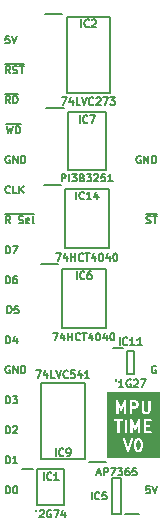
<source format=gbr>
%TF.GenerationSoftware,KiCad,Pcbnew,7.0.5*%
%TF.CreationDate,2023-12-18T11:54:36+02:00*%
%TF.ProjectId,HCP65 MPU Timer,48435036-3520-44d5-9055-2054696d6572,rev?*%
%TF.SameCoordinates,Original*%
%TF.FileFunction,Legend,Top*%
%TF.FilePolarity,Positive*%
%FSLAX46Y46*%
G04 Gerber Fmt 4.6, Leading zero omitted, Abs format (unit mm)*
G04 Created by KiCad (PCBNEW 7.0.5) date 2023-12-18 11:54:36*
%MOMM*%
%LPD*%
G01*
G04 APERTURE LIST*
%ADD10C,0.150000*%
%ADD11C,0.200000*%
G04 APERTURE END LIST*
D10*
X90468255Y-58070963D02*
X90165874Y-58070963D01*
X90165874Y-58070963D02*
X90135636Y-58373344D01*
X90135636Y-58373344D02*
X90165874Y-58343105D01*
X90165874Y-58343105D02*
X90226350Y-58312867D01*
X90226350Y-58312867D02*
X90377541Y-58312867D01*
X90377541Y-58312867D02*
X90438017Y-58343105D01*
X90438017Y-58343105D02*
X90468255Y-58373344D01*
X90468255Y-58373344D02*
X90498493Y-58433820D01*
X90498493Y-58433820D02*
X90498493Y-58585010D01*
X90498493Y-58585010D02*
X90468255Y-58645486D01*
X90468255Y-58645486D02*
X90438017Y-58675725D01*
X90438017Y-58675725D02*
X90377541Y-58705963D01*
X90377541Y-58705963D02*
X90226350Y-58705963D01*
X90226350Y-58705963D02*
X90165874Y-58675725D01*
X90165874Y-58675725D02*
X90135636Y-58645486D01*
X90679922Y-58070963D02*
X90891588Y-58705963D01*
X90891588Y-58705963D02*
X91103255Y-58070963D01*
X90165874Y-94265963D02*
X90165874Y-93630963D01*
X90165874Y-93630963D02*
X90317064Y-93630963D01*
X90317064Y-93630963D02*
X90407779Y-93661201D01*
X90407779Y-93661201D02*
X90468255Y-93721677D01*
X90468255Y-93721677D02*
X90498493Y-93782153D01*
X90498493Y-93782153D02*
X90528731Y-93903105D01*
X90528731Y-93903105D02*
X90528731Y-93993820D01*
X90528731Y-93993820D02*
X90498493Y-94114772D01*
X90498493Y-94114772D02*
X90468255Y-94175248D01*
X90468255Y-94175248D02*
X90407779Y-94235725D01*
X90407779Y-94235725D02*
X90317064Y-94265963D01*
X90317064Y-94265963D02*
X90165874Y-94265963D01*
X91133493Y-94265963D02*
X90770636Y-94265963D01*
X90952064Y-94265963D02*
X90952064Y-93630963D01*
X90952064Y-93630963D02*
X90891588Y-93721677D01*
X90891588Y-93721677D02*
X90831112Y-93782153D01*
X90831112Y-93782153D02*
X90770636Y-93812391D01*
X102329839Y-96170963D02*
X102027458Y-96170963D01*
X102027458Y-96170963D02*
X101997220Y-96473344D01*
X101997220Y-96473344D02*
X102027458Y-96443105D01*
X102027458Y-96443105D02*
X102087934Y-96412867D01*
X102087934Y-96412867D02*
X102239125Y-96412867D01*
X102239125Y-96412867D02*
X102299601Y-96443105D01*
X102299601Y-96443105D02*
X102329839Y-96473344D01*
X102329839Y-96473344D02*
X102360077Y-96533820D01*
X102360077Y-96533820D02*
X102360077Y-96685010D01*
X102360077Y-96685010D02*
X102329839Y-96745486D01*
X102329839Y-96745486D02*
X102299601Y-96775725D01*
X102299601Y-96775725D02*
X102239125Y-96805963D01*
X102239125Y-96805963D02*
X102087934Y-96805963D01*
X102087934Y-96805963D02*
X102027458Y-96775725D01*
X102027458Y-96775725D02*
X101997220Y-96745486D01*
X102541506Y-96170963D02*
X102753172Y-96805963D01*
X102753172Y-96805963D02*
X102964839Y-96170963D01*
X90165874Y-79025963D02*
X90165874Y-78390963D01*
X90165874Y-78390963D02*
X90317064Y-78390963D01*
X90317064Y-78390963D02*
X90407779Y-78421201D01*
X90407779Y-78421201D02*
X90468255Y-78481677D01*
X90468255Y-78481677D02*
X90498493Y-78542153D01*
X90498493Y-78542153D02*
X90528731Y-78663105D01*
X90528731Y-78663105D02*
X90528731Y-78753820D01*
X90528731Y-78753820D02*
X90498493Y-78874772D01*
X90498493Y-78874772D02*
X90468255Y-78935248D01*
X90468255Y-78935248D02*
X90407779Y-78995725D01*
X90407779Y-78995725D02*
X90317064Y-79025963D01*
X90317064Y-79025963D02*
X90165874Y-79025963D01*
X91073017Y-78390963D02*
X90952064Y-78390963D01*
X90952064Y-78390963D02*
X90891588Y-78421201D01*
X90891588Y-78421201D02*
X90861350Y-78451439D01*
X90861350Y-78451439D02*
X90800874Y-78542153D01*
X90800874Y-78542153D02*
X90770636Y-78663105D01*
X90770636Y-78663105D02*
X90770636Y-78905010D01*
X90770636Y-78905010D02*
X90800874Y-78965486D01*
X90800874Y-78965486D02*
X90831112Y-78995725D01*
X90831112Y-78995725D02*
X90891588Y-79025963D01*
X90891588Y-79025963D02*
X91012541Y-79025963D01*
X91012541Y-79025963D02*
X91073017Y-78995725D01*
X91073017Y-78995725D02*
X91103255Y-78965486D01*
X91103255Y-78965486D02*
X91133493Y-78905010D01*
X91133493Y-78905010D02*
X91133493Y-78753820D01*
X91133493Y-78753820D02*
X91103255Y-78693344D01*
X91103255Y-78693344D02*
X91073017Y-78663105D01*
X91073017Y-78663105D02*
X91012541Y-78632867D01*
X91012541Y-78632867D02*
X90891588Y-78632867D01*
X90891588Y-78632867D02*
X90831112Y-78663105D01*
X90831112Y-78663105D02*
X90800874Y-78693344D01*
X90800874Y-78693344D02*
X90770636Y-78753820D01*
X101573887Y-68261201D02*
X101513411Y-68230963D01*
X101513411Y-68230963D02*
X101422697Y-68230963D01*
X101422697Y-68230963D02*
X101331982Y-68261201D01*
X101331982Y-68261201D02*
X101271506Y-68321677D01*
X101271506Y-68321677D02*
X101241268Y-68382153D01*
X101241268Y-68382153D02*
X101211030Y-68503105D01*
X101211030Y-68503105D02*
X101211030Y-68593820D01*
X101211030Y-68593820D02*
X101241268Y-68714772D01*
X101241268Y-68714772D02*
X101271506Y-68775248D01*
X101271506Y-68775248D02*
X101331982Y-68835725D01*
X101331982Y-68835725D02*
X101422697Y-68865963D01*
X101422697Y-68865963D02*
X101483173Y-68865963D01*
X101483173Y-68865963D02*
X101573887Y-68835725D01*
X101573887Y-68835725D02*
X101604125Y-68805486D01*
X101604125Y-68805486D02*
X101604125Y-68593820D01*
X101604125Y-68593820D02*
X101483173Y-68593820D01*
X101876268Y-68865963D02*
X101876268Y-68230963D01*
X101876268Y-68230963D02*
X102239125Y-68865963D01*
X102239125Y-68865963D02*
X102239125Y-68230963D01*
X102541506Y-68865963D02*
X102541506Y-68230963D01*
X102541506Y-68230963D02*
X102692696Y-68230963D01*
X102692696Y-68230963D02*
X102783411Y-68261201D01*
X102783411Y-68261201D02*
X102843887Y-68321677D01*
X102843887Y-68321677D02*
X102874125Y-68382153D01*
X102874125Y-68382153D02*
X102904363Y-68503105D01*
X102904363Y-68503105D02*
X102904363Y-68593820D01*
X102904363Y-68593820D02*
X102874125Y-68714772D01*
X102874125Y-68714772D02*
X102843887Y-68775248D01*
X102843887Y-68775248D02*
X102783411Y-68835725D01*
X102783411Y-68835725D02*
X102692696Y-68865963D01*
X102692696Y-68865963D02*
X102541506Y-68865963D01*
X90498493Y-86041201D02*
X90438017Y-86010963D01*
X90438017Y-86010963D02*
X90347303Y-86010963D01*
X90347303Y-86010963D02*
X90256588Y-86041201D01*
X90256588Y-86041201D02*
X90196112Y-86101677D01*
X90196112Y-86101677D02*
X90165874Y-86162153D01*
X90165874Y-86162153D02*
X90135636Y-86283105D01*
X90135636Y-86283105D02*
X90135636Y-86373820D01*
X90135636Y-86373820D02*
X90165874Y-86494772D01*
X90165874Y-86494772D02*
X90196112Y-86555248D01*
X90196112Y-86555248D02*
X90256588Y-86615725D01*
X90256588Y-86615725D02*
X90347303Y-86645963D01*
X90347303Y-86645963D02*
X90407779Y-86645963D01*
X90407779Y-86645963D02*
X90498493Y-86615725D01*
X90498493Y-86615725D02*
X90528731Y-86585486D01*
X90528731Y-86585486D02*
X90528731Y-86373820D01*
X90528731Y-86373820D02*
X90407779Y-86373820D01*
X90800874Y-86645963D02*
X90800874Y-86010963D01*
X90800874Y-86010963D02*
X91163731Y-86645963D01*
X91163731Y-86645963D02*
X91163731Y-86010963D01*
X91466112Y-86645963D02*
X91466112Y-86010963D01*
X91466112Y-86010963D02*
X91617302Y-86010963D01*
X91617302Y-86010963D02*
X91708017Y-86041201D01*
X91708017Y-86041201D02*
X91768493Y-86101677D01*
X91768493Y-86101677D02*
X91798731Y-86162153D01*
X91798731Y-86162153D02*
X91828969Y-86283105D01*
X91828969Y-86283105D02*
X91828969Y-86373820D01*
X91828969Y-86373820D02*
X91798731Y-86494772D01*
X91798731Y-86494772D02*
X91768493Y-86555248D01*
X91768493Y-86555248D02*
X91708017Y-86615725D01*
X91708017Y-86615725D02*
X91617302Y-86645963D01*
X91617302Y-86645963D02*
X91466112Y-86645963D01*
X90165874Y-84105963D02*
X90165874Y-83470963D01*
X90165874Y-83470963D02*
X90317064Y-83470963D01*
X90317064Y-83470963D02*
X90407779Y-83501201D01*
X90407779Y-83501201D02*
X90468255Y-83561677D01*
X90468255Y-83561677D02*
X90498493Y-83622153D01*
X90498493Y-83622153D02*
X90528731Y-83743105D01*
X90528731Y-83743105D02*
X90528731Y-83833820D01*
X90528731Y-83833820D02*
X90498493Y-83954772D01*
X90498493Y-83954772D02*
X90468255Y-84015248D01*
X90468255Y-84015248D02*
X90407779Y-84075725D01*
X90407779Y-84075725D02*
X90317064Y-84105963D01*
X90317064Y-84105963D02*
X90165874Y-84105963D01*
X91073017Y-83682629D02*
X91073017Y-84105963D01*
X90921826Y-83440725D02*
X90770636Y-83894296D01*
X90770636Y-83894296D02*
X91163731Y-83894296D01*
X90165874Y-96805963D02*
X90165874Y-96170963D01*
X90165874Y-96170963D02*
X90317064Y-96170963D01*
X90317064Y-96170963D02*
X90407779Y-96201201D01*
X90407779Y-96201201D02*
X90468255Y-96261677D01*
X90468255Y-96261677D02*
X90498493Y-96322153D01*
X90498493Y-96322153D02*
X90528731Y-96443105D01*
X90528731Y-96443105D02*
X90528731Y-96533820D01*
X90528731Y-96533820D02*
X90498493Y-96654772D01*
X90498493Y-96654772D02*
X90468255Y-96715248D01*
X90468255Y-96715248D02*
X90407779Y-96775725D01*
X90407779Y-96775725D02*
X90317064Y-96805963D01*
X90317064Y-96805963D02*
X90165874Y-96805963D01*
X90921826Y-96170963D02*
X90982303Y-96170963D01*
X90982303Y-96170963D02*
X91042779Y-96201201D01*
X91042779Y-96201201D02*
X91073017Y-96231439D01*
X91073017Y-96231439D02*
X91103255Y-96291915D01*
X91103255Y-96291915D02*
X91133493Y-96412867D01*
X91133493Y-96412867D02*
X91133493Y-96564058D01*
X91133493Y-96564058D02*
X91103255Y-96685010D01*
X91103255Y-96685010D02*
X91073017Y-96745486D01*
X91073017Y-96745486D02*
X91042779Y-96775725D01*
X91042779Y-96775725D02*
X90982303Y-96805963D01*
X90982303Y-96805963D02*
X90921826Y-96805963D01*
X90921826Y-96805963D02*
X90861350Y-96775725D01*
X90861350Y-96775725D02*
X90831112Y-96745486D01*
X90831112Y-96745486D02*
X90800874Y-96685010D01*
X90800874Y-96685010D02*
X90770636Y-96564058D01*
X90770636Y-96564058D02*
X90770636Y-96412867D01*
X90770636Y-96412867D02*
X90800874Y-96291915D01*
X90800874Y-96291915D02*
X90831112Y-96231439D01*
X90831112Y-96231439D02*
X90861350Y-96201201D01*
X90861350Y-96201201D02*
X90921826Y-96170963D01*
X90165874Y-76485963D02*
X90165874Y-75850963D01*
X90165874Y-75850963D02*
X90317064Y-75850963D01*
X90317064Y-75850963D02*
X90407779Y-75881201D01*
X90407779Y-75881201D02*
X90468255Y-75941677D01*
X90468255Y-75941677D02*
X90498493Y-76002153D01*
X90498493Y-76002153D02*
X90528731Y-76123105D01*
X90528731Y-76123105D02*
X90528731Y-76213820D01*
X90528731Y-76213820D02*
X90498493Y-76334772D01*
X90498493Y-76334772D02*
X90468255Y-76395248D01*
X90468255Y-76395248D02*
X90407779Y-76455725D01*
X90407779Y-76455725D02*
X90317064Y-76485963D01*
X90317064Y-76485963D02*
X90165874Y-76485963D01*
X90740398Y-75850963D02*
X91163731Y-75850963D01*
X91163731Y-75850963D02*
X90891588Y-76485963D01*
X90292874Y-81565963D02*
X90292874Y-80930963D01*
X90292874Y-80930963D02*
X90444064Y-80930963D01*
X90444064Y-80930963D02*
X90534779Y-80961201D01*
X90534779Y-80961201D02*
X90595255Y-81021677D01*
X90595255Y-81021677D02*
X90625493Y-81082153D01*
X90625493Y-81082153D02*
X90655731Y-81203105D01*
X90655731Y-81203105D02*
X90655731Y-81293820D01*
X90655731Y-81293820D02*
X90625493Y-81414772D01*
X90625493Y-81414772D02*
X90595255Y-81475248D01*
X90595255Y-81475248D02*
X90534779Y-81535725D01*
X90534779Y-81535725D02*
X90444064Y-81565963D01*
X90444064Y-81565963D02*
X90292874Y-81565963D01*
X91230255Y-80930963D02*
X90927874Y-80930963D01*
X90927874Y-80930963D02*
X90897636Y-81233344D01*
X90897636Y-81233344D02*
X90927874Y-81203105D01*
X90927874Y-81203105D02*
X90988350Y-81172867D01*
X90988350Y-81172867D02*
X91139541Y-81172867D01*
X91139541Y-81172867D02*
X91200017Y-81203105D01*
X91200017Y-81203105D02*
X91230255Y-81233344D01*
X91230255Y-81233344D02*
X91260493Y-81293820D01*
X91260493Y-81293820D02*
X91260493Y-81445010D01*
X91260493Y-81445010D02*
X91230255Y-81505486D01*
X91230255Y-81505486D02*
X91200017Y-81535725D01*
X91200017Y-81535725D02*
X91139541Y-81565963D01*
X91139541Y-81565963D02*
X90988350Y-81565963D01*
X90988350Y-81565963D02*
X90927874Y-81535725D01*
X90927874Y-81535725D02*
X90897636Y-81505486D01*
X90528731Y-71345486D02*
X90498493Y-71375725D01*
X90498493Y-71375725D02*
X90407779Y-71405963D01*
X90407779Y-71405963D02*
X90347303Y-71405963D01*
X90347303Y-71405963D02*
X90256588Y-71375725D01*
X90256588Y-71375725D02*
X90196112Y-71315248D01*
X90196112Y-71315248D02*
X90165874Y-71254772D01*
X90165874Y-71254772D02*
X90135636Y-71133820D01*
X90135636Y-71133820D02*
X90135636Y-71043105D01*
X90135636Y-71043105D02*
X90165874Y-70922153D01*
X90165874Y-70922153D02*
X90196112Y-70861677D01*
X90196112Y-70861677D02*
X90256588Y-70801201D01*
X90256588Y-70801201D02*
X90347303Y-70770963D01*
X90347303Y-70770963D02*
X90407779Y-70770963D01*
X90407779Y-70770963D02*
X90498493Y-70801201D01*
X90498493Y-70801201D02*
X90528731Y-70831439D01*
X91103255Y-71405963D02*
X90800874Y-71405963D01*
X90800874Y-71405963D02*
X90800874Y-70770963D01*
X91314922Y-71405963D02*
X91314922Y-70770963D01*
X91677779Y-71405963D02*
X91405636Y-71043105D01*
X91677779Y-70770963D02*
X91314922Y-71133820D01*
X90528731Y-63785963D02*
X90317064Y-63483582D01*
X90165874Y-63785963D02*
X90165874Y-63150963D01*
X90165874Y-63150963D02*
X90407779Y-63150963D01*
X90407779Y-63150963D02*
X90468255Y-63181201D01*
X90468255Y-63181201D02*
X90498493Y-63211439D01*
X90498493Y-63211439D02*
X90528731Y-63271915D01*
X90528731Y-63271915D02*
X90528731Y-63362629D01*
X90528731Y-63362629D02*
X90498493Y-63423105D01*
X90498493Y-63423105D02*
X90468255Y-63453344D01*
X90468255Y-63453344D02*
X90407779Y-63483582D01*
X90407779Y-63483582D02*
X90165874Y-63483582D01*
X90800874Y-63785963D02*
X90800874Y-63150963D01*
X90800874Y-63150963D02*
X90952064Y-63150963D01*
X90952064Y-63150963D02*
X91042779Y-63181201D01*
X91042779Y-63181201D02*
X91103255Y-63241677D01*
X91103255Y-63241677D02*
X91133493Y-63302153D01*
X91133493Y-63302153D02*
X91163731Y-63423105D01*
X91163731Y-63423105D02*
X91163731Y-63513820D01*
X91163731Y-63513820D02*
X91133493Y-63634772D01*
X91133493Y-63634772D02*
X91103255Y-63695248D01*
X91103255Y-63695248D02*
X91042779Y-63755725D01*
X91042779Y-63755725D02*
X90952064Y-63785963D01*
X90952064Y-63785963D02*
X90800874Y-63785963D01*
X90078184Y-62974675D02*
X91221184Y-62974675D01*
X90165874Y-89185963D02*
X90165874Y-88550963D01*
X90165874Y-88550963D02*
X90317064Y-88550963D01*
X90317064Y-88550963D02*
X90407779Y-88581201D01*
X90407779Y-88581201D02*
X90468255Y-88641677D01*
X90468255Y-88641677D02*
X90498493Y-88702153D01*
X90498493Y-88702153D02*
X90528731Y-88823105D01*
X90528731Y-88823105D02*
X90528731Y-88913820D01*
X90528731Y-88913820D02*
X90498493Y-89034772D01*
X90498493Y-89034772D02*
X90468255Y-89095248D01*
X90468255Y-89095248D02*
X90407779Y-89155725D01*
X90407779Y-89155725D02*
X90317064Y-89185963D01*
X90317064Y-89185963D02*
X90165874Y-89185963D01*
X90740398Y-88550963D02*
X91133493Y-88550963D01*
X91133493Y-88550963D02*
X90921826Y-88792867D01*
X90921826Y-88792867D02*
X91012541Y-88792867D01*
X91012541Y-88792867D02*
X91073017Y-88823105D01*
X91073017Y-88823105D02*
X91103255Y-88853344D01*
X91103255Y-88853344D02*
X91133493Y-88913820D01*
X91133493Y-88913820D02*
X91133493Y-89065010D01*
X91133493Y-89065010D02*
X91103255Y-89125486D01*
X91103255Y-89125486D02*
X91073017Y-89155725D01*
X91073017Y-89155725D02*
X91012541Y-89185963D01*
X91012541Y-89185963D02*
X90831112Y-89185963D01*
X90831112Y-89185963D02*
X90770636Y-89155725D01*
X90770636Y-89155725D02*
X90740398Y-89125486D01*
X90165874Y-91725963D02*
X90165874Y-91090963D01*
X90165874Y-91090963D02*
X90317064Y-91090963D01*
X90317064Y-91090963D02*
X90407779Y-91121201D01*
X90407779Y-91121201D02*
X90468255Y-91181677D01*
X90468255Y-91181677D02*
X90498493Y-91242153D01*
X90498493Y-91242153D02*
X90528731Y-91363105D01*
X90528731Y-91363105D02*
X90528731Y-91453820D01*
X90528731Y-91453820D02*
X90498493Y-91574772D01*
X90498493Y-91574772D02*
X90468255Y-91635248D01*
X90468255Y-91635248D02*
X90407779Y-91695725D01*
X90407779Y-91695725D02*
X90317064Y-91725963D01*
X90317064Y-91725963D02*
X90165874Y-91725963D01*
X90770636Y-91151439D02*
X90800874Y-91121201D01*
X90800874Y-91121201D02*
X90861350Y-91090963D01*
X90861350Y-91090963D02*
X91012541Y-91090963D01*
X91012541Y-91090963D02*
X91073017Y-91121201D01*
X91073017Y-91121201D02*
X91103255Y-91151439D01*
X91103255Y-91151439D02*
X91133493Y-91211915D01*
X91133493Y-91211915D02*
X91133493Y-91272391D01*
X91133493Y-91272391D02*
X91103255Y-91363105D01*
X91103255Y-91363105D02*
X90740398Y-91725963D01*
X90740398Y-91725963D02*
X91133493Y-91725963D01*
X90528731Y-61245963D02*
X90317064Y-60943582D01*
X90165874Y-61245963D02*
X90165874Y-60610963D01*
X90165874Y-60610963D02*
X90407779Y-60610963D01*
X90407779Y-60610963D02*
X90468255Y-60641201D01*
X90468255Y-60641201D02*
X90498493Y-60671439D01*
X90498493Y-60671439D02*
X90528731Y-60731915D01*
X90528731Y-60731915D02*
X90528731Y-60822629D01*
X90528731Y-60822629D02*
X90498493Y-60883105D01*
X90498493Y-60883105D02*
X90468255Y-60913344D01*
X90468255Y-60913344D02*
X90407779Y-60943582D01*
X90407779Y-60943582D02*
X90165874Y-60943582D01*
X90770636Y-61215725D02*
X90861350Y-61245963D01*
X90861350Y-61245963D02*
X91012541Y-61245963D01*
X91012541Y-61245963D02*
X91073017Y-61215725D01*
X91073017Y-61215725D02*
X91103255Y-61185486D01*
X91103255Y-61185486D02*
X91133493Y-61125010D01*
X91133493Y-61125010D02*
X91133493Y-61064534D01*
X91133493Y-61064534D02*
X91103255Y-61004058D01*
X91103255Y-61004058D02*
X91073017Y-60973820D01*
X91073017Y-60973820D02*
X91012541Y-60943582D01*
X91012541Y-60943582D02*
X90891588Y-60913344D01*
X90891588Y-60913344D02*
X90831112Y-60883105D01*
X90831112Y-60883105D02*
X90800874Y-60852867D01*
X90800874Y-60852867D02*
X90770636Y-60792391D01*
X90770636Y-60792391D02*
X90770636Y-60731915D01*
X90770636Y-60731915D02*
X90800874Y-60671439D01*
X90800874Y-60671439D02*
X90831112Y-60641201D01*
X90831112Y-60641201D02*
X90891588Y-60610963D01*
X90891588Y-60610963D02*
X91042779Y-60610963D01*
X91042779Y-60610963D02*
X91133493Y-60641201D01*
X91314922Y-60610963D02*
X91677779Y-60610963D01*
X91496350Y-61245963D02*
X91496350Y-60610963D01*
X90078184Y-60434675D02*
X91674756Y-60434675D01*
X90528731Y-73945963D02*
X90317064Y-73643582D01*
X90165874Y-73945963D02*
X90165874Y-73310963D01*
X90165874Y-73310963D02*
X90407779Y-73310963D01*
X90407779Y-73310963D02*
X90468255Y-73341201D01*
X90468255Y-73341201D02*
X90498493Y-73371439D01*
X90498493Y-73371439D02*
X90528731Y-73431915D01*
X90528731Y-73431915D02*
X90528731Y-73522629D01*
X90528731Y-73522629D02*
X90498493Y-73583105D01*
X90498493Y-73583105D02*
X90468255Y-73613344D01*
X90468255Y-73613344D02*
X90407779Y-73643582D01*
X90407779Y-73643582D02*
X90165874Y-73643582D01*
X91254446Y-73915725D02*
X91345160Y-73945963D01*
X91345160Y-73945963D02*
X91496351Y-73945963D01*
X91496351Y-73945963D02*
X91556827Y-73915725D01*
X91556827Y-73915725D02*
X91587065Y-73885486D01*
X91587065Y-73885486D02*
X91617303Y-73825010D01*
X91617303Y-73825010D02*
X91617303Y-73764534D01*
X91617303Y-73764534D02*
X91587065Y-73704058D01*
X91587065Y-73704058D02*
X91556827Y-73673820D01*
X91556827Y-73673820D02*
X91496351Y-73643582D01*
X91496351Y-73643582D02*
X91375398Y-73613344D01*
X91375398Y-73613344D02*
X91314922Y-73583105D01*
X91314922Y-73583105D02*
X91284684Y-73552867D01*
X91284684Y-73552867D02*
X91254446Y-73492391D01*
X91254446Y-73492391D02*
X91254446Y-73431915D01*
X91254446Y-73431915D02*
X91284684Y-73371439D01*
X91284684Y-73371439D02*
X91314922Y-73341201D01*
X91314922Y-73341201D02*
X91375398Y-73310963D01*
X91375398Y-73310963D02*
X91526589Y-73310963D01*
X91526589Y-73310963D02*
X91617303Y-73341201D01*
X92131351Y-73915725D02*
X92070875Y-73945963D01*
X92070875Y-73945963D02*
X91949922Y-73945963D01*
X91949922Y-73945963D02*
X91889446Y-73915725D01*
X91889446Y-73915725D02*
X91859208Y-73855248D01*
X91859208Y-73855248D02*
X91859208Y-73613344D01*
X91859208Y-73613344D02*
X91889446Y-73552867D01*
X91889446Y-73552867D02*
X91949922Y-73522629D01*
X91949922Y-73522629D02*
X92070875Y-73522629D01*
X92070875Y-73522629D02*
X92131351Y-73552867D01*
X92131351Y-73552867D02*
X92161589Y-73613344D01*
X92161589Y-73613344D02*
X92161589Y-73673820D01*
X92161589Y-73673820D02*
X91859208Y-73734296D01*
X92524446Y-73945963D02*
X92463970Y-73915725D01*
X92463970Y-73915725D02*
X92433732Y-73855248D01*
X92433732Y-73855248D02*
X92433732Y-73310963D01*
X90078184Y-73134675D02*
X92551661Y-73134675D01*
D11*
G36*
X101477192Y-92342023D02*
G01*
X101501861Y-92366692D01*
X101537313Y-92437595D01*
X101579285Y-92605482D01*
X101579285Y-92818954D01*
X101537313Y-92986841D01*
X101501862Y-93057743D01*
X101477191Y-93082414D01*
X101417584Y-93112219D01*
X101369558Y-93112219D01*
X101309951Y-93082415D01*
X101285280Y-93057743D01*
X101249828Y-92986840D01*
X101207857Y-92818954D01*
X101207857Y-92605483D01*
X101249828Y-92437595D01*
X101285280Y-92366692D01*
X101309950Y-92342022D01*
X101369558Y-92312219D01*
X101417584Y-92312219D01*
X101477192Y-92342023D01*
G37*
G36*
X101167668Y-89122023D02*
G01*
X101192337Y-89146692D01*
X101222142Y-89206301D01*
X101222142Y-89301946D01*
X101192338Y-89361554D01*
X101167668Y-89386223D01*
X101108060Y-89416028D01*
X100850714Y-89416028D01*
X100850714Y-89092219D01*
X101108060Y-89092219D01*
X101167668Y-89122023D01*
G37*
G36*
X103200714Y-93787857D02*
G01*
X98729286Y-93787857D01*
X98729286Y-92215986D01*
X100051322Y-92215986D01*
X100388220Y-93226679D01*
X100387813Y-93237949D01*
X100397328Y-93254002D01*
X100398488Y-93257482D01*
X100404622Y-93266309D01*
X100417756Y-93288467D01*
X100421232Y-93290209D01*
X100423450Y-93293400D01*
X100447241Y-93303242D01*
X100470258Y-93314776D01*
X100474121Y-93314362D01*
X100477715Y-93315849D01*
X100503045Y-93311266D01*
X100528650Y-93308526D01*
X100531680Y-93306086D01*
X100535502Y-93305395D01*
X100554328Y-93287851D01*
X100574392Y-93271698D01*
X100575621Y-93268009D01*
X100578465Y-93265360D01*
X100584821Y-93240409D01*
X100722613Y-92827033D01*
X101003721Y-92827033D01*
X101007857Y-92843577D01*
X101007857Y-92845645D01*
X101011336Y-92857495D01*
X101054141Y-93028715D01*
X101052902Y-93040200D01*
X101061123Y-93056642D01*
X101061949Y-93059945D01*
X101067534Y-93069465D01*
X101108044Y-93150484D01*
X101111621Y-93166927D01*
X101131104Y-93186410D01*
X101149873Y-93206588D01*
X101151765Y-93207071D01*
X101171137Y-93226444D01*
X101179730Y-93240911D01*
X101204368Y-93253230D01*
X101228559Y-93266440D01*
X101230508Y-93266300D01*
X101296413Y-93299253D01*
X101316589Y-93312219D01*
X101337024Y-93312219D01*
X101357140Y-93315839D01*
X101365868Y-93312219D01*
X101435805Y-93312219D01*
X101459648Y-93314793D01*
X101477924Y-93305654D01*
X101497537Y-93299896D01*
X101503725Y-93292754D01*
X101569933Y-93259650D01*
X101586377Y-93256073D01*
X101605862Y-93236587D01*
X101626036Y-93217822D01*
X101626520Y-93215928D01*
X101645893Y-93196555D01*
X101660358Y-93187964D01*
X101672675Y-93163329D01*
X101685887Y-93139133D01*
X101685747Y-93137185D01*
X101713142Y-93082395D01*
X101721559Y-93074482D01*
X101726018Y-93056643D01*
X101727539Y-93053603D01*
X101729492Y-93042748D01*
X101772308Y-92871485D01*
X101779285Y-92860629D01*
X101779285Y-92843578D01*
X101779787Y-92841570D01*
X101779285Y-92829223D01*
X101779285Y-92609629D01*
X101783421Y-92597404D01*
X101779285Y-92580859D01*
X101779285Y-92578792D01*
X101775805Y-92566941D01*
X101733000Y-92395720D01*
X101734240Y-92384236D01*
X101726018Y-92367792D01*
X101725193Y-92364492D01*
X101719609Y-92354975D01*
X101679096Y-92273949D01*
X101675520Y-92257509D01*
X101656045Y-92238034D01*
X101637269Y-92217848D01*
X101635374Y-92217363D01*
X101616004Y-92197993D01*
X101607412Y-92183527D01*
X101582777Y-92171209D01*
X101558582Y-92157998D01*
X101556632Y-92158137D01*
X101490731Y-92125186D01*
X101470553Y-92112219D01*
X101450117Y-92112219D01*
X101430002Y-92108599D01*
X101421274Y-92112219D01*
X101351336Y-92112219D01*
X101327493Y-92109645D01*
X101309215Y-92118783D01*
X101289605Y-92124542D01*
X101283417Y-92131683D01*
X101217206Y-92164788D01*
X101200766Y-92168365D01*
X101181291Y-92187839D01*
X101161105Y-92206616D01*
X101160620Y-92208510D01*
X101141250Y-92227880D01*
X101126784Y-92236473D01*
X101114466Y-92261107D01*
X101101255Y-92285303D01*
X101101394Y-92287252D01*
X101074000Y-92342040D01*
X101065583Y-92349955D01*
X101061123Y-92367795D01*
X101059603Y-92370835D01*
X101057650Y-92381686D01*
X101014833Y-92552951D01*
X101007857Y-92563808D01*
X101007857Y-92580859D01*
X101007355Y-92582867D01*
X101007857Y-92595213D01*
X101007857Y-92814807D01*
X101003721Y-92827033D01*
X100722613Y-92827033D01*
X100921557Y-92230201D01*
X100923138Y-92186490D01*
X100893195Y-92135972D01*
X100840693Y-92109662D01*
X100782301Y-92115913D01*
X100736559Y-92152740D01*
X100488809Y-92895990D01*
X100245797Y-92166955D01*
X100220835Y-92131038D01*
X100166570Y-92108589D01*
X100108783Y-92119042D01*
X100065819Y-92159078D01*
X100051322Y-92215986D01*
X98729286Y-92215986D01*
X98729286Y-90617051D01*
X99314220Y-90617051D01*
X99338615Y-90670470D01*
X99388018Y-90702219D01*
X99603095Y-90702219D01*
X99603095Y-91616598D01*
X99615418Y-91658566D01*
X99659800Y-91697023D01*
X99717927Y-91705380D01*
X99771346Y-91680985D01*
X99803095Y-91631582D01*
X99803095Y-91616598D01*
X100222143Y-91616598D01*
X100234466Y-91658566D01*
X100278848Y-91697023D01*
X100336975Y-91705380D01*
X100390394Y-91680985D01*
X100422143Y-91631582D01*
X100422143Y-90617899D01*
X100695298Y-90617899D01*
X100698332Y-90624402D01*
X100698333Y-91616598D01*
X100710656Y-91658566D01*
X100755038Y-91697023D01*
X100813165Y-91705380D01*
X100866584Y-91680985D01*
X100898333Y-91631582D01*
X100898333Y-91052975D01*
X101040706Y-91358062D01*
X101052342Y-91384105D01*
X101065581Y-91392768D01*
X101076043Y-91404642D01*
X101089646Y-91408515D01*
X101101481Y-91416259D01*
X101117303Y-91416389D01*
X101132524Y-91420723D01*
X101146062Y-91416626D01*
X101160205Y-91416743D01*
X101173586Y-91408297D01*
X101188732Y-91403715D01*
X101197906Y-91392949D01*
X101209867Y-91385401D01*
X101216557Y-91371063D01*
X101226823Y-91359018D01*
X101228720Y-91344999D01*
X101364999Y-91052975D01*
X101364999Y-91616598D01*
X101377322Y-91658566D01*
X101421704Y-91697023D01*
X101479831Y-91705380D01*
X101533250Y-91680985D01*
X101564999Y-91631582D01*
X101564999Y-91617051D01*
X101838029Y-91617051D01*
X101847255Y-91637254D01*
X101853513Y-91658566D01*
X101859263Y-91663548D01*
X101862424Y-91670470D01*
X101881109Y-91682478D01*
X101897895Y-91697023D01*
X101905426Y-91698105D01*
X101911827Y-91702219D01*
X101934036Y-91702219D01*
X101956022Y-91705380D01*
X101962944Y-91702219D01*
X102431759Y-91702219D01*
X102473727Y-91689896D01*
X102512184Y-91645514D01*
X102520541Y-91587387D01*
X102496146Y-91533968D01*
X102446743Y-91502219D01*
X102041190Y-91502219D01*
X102041190Y-91178409D01*
X102288902Y-91178409D01*
X102330870Y-91166086D01*
X102369327Y-91121704D01*
X102377684Y-91063577D01*
X102353289Y-91010158D01*
X102303886Y-90978409D01*
X102041190Y-90978409D01*
X102041190Y-90702219D01*
X102431759Y-90702219D01*
X102473727Y-90689896D01*
X102512184Y-90645514D01*
X102520541Y-90587387D01*
X102496146Y-90533968D01*
X102446743Y-90502219D01*
X101948344Y-90502219D01*
X101926358Y-90499058D01*
X101906154Y-90508284D01*
X101884843Y-90514542D01*
X101879860Y-90520292D01*
X101872939Y-90523453D01*
X101860930Y-90542138D01*
X101846386Y-90558924D01*
X101845303Y-90566455D01*
X101841190Y-90572856D01*
X101841190Y-90595064D01*
X101838029Y-90617051D01*
X101841190Y-90623972D01*
X101841190Y-91071254D01*
X101838029Y-91093241D01*
X101841190Y-91100162D01*
X101841190Y-91595064D01*
X101838029Y-91617051D01*
X101564999Y-91617051D01*
X101564999Y-90609787D01*
X101568279Y-90588235D01*
X101559048Y-90567575D01*
X101552676Y-90545872D01*
X101547252Y-90541172D01*
X101544324Y-90534618D01*
X101525390Y-90522229D01*
X101508294Y-90507415D01*
X101501189Y-90506393D01*
X101495184Y-90502464D01*
X101472560Y-90502277D01*
X101450167Y-90499058D01*
X101443638Y-90502039D01*
X101436460Y-90501980D01*
X101417325Y-90514055D01*
X101396748Y-90523453D01*
X101392867Y-90529491D01*
X101386798Y-90533322D01*
X101377231Y-90553821D01*
X101364999Y-90572856D01*
X101364999Y-90580034D01*
X101131666Y-91080032D01*
X100892150Y-90566784D01*
X100886010Y-90545872D01*
X100868913Y-90531057D01*
X100853956Y-90514081D01*
X100847052Y-90512115D01*
X100841628Y-90507415D01*
X100819235Y-90504195D01*
X100797475Y-90498000D01*
X100790603Y-90500079D01*
X100783501Y-90499058D01*
X100762925Y-90508454D01*
X100741267Y-90515008D01*
X100736611Y-90520471D01*
X100730082Y-90523453D01*
X100717851Y-90542484D01*
X100703176Y-90559705D01*
X100702213Y-90566818D01*
X100698333Y-90572856D01*
X100698333Y-90595479D01*
X100695298Y-90617899D01*
X100422143Y-90617899D01*
X100422143Y-90587840D01*
X100409820Y-90545872D01*
X100365438Y-90507415D01*
X100307311Y-90499058D01*
X100253892Y-90523453D01*
X100222143Y-90572856D01*
X100222143Y-91616598D01*
X99803095Y-91616598D01*
X99803095Y-90702219D01*
X100003188Y-90702219D01*
X100045156Y-90689896D01*
X100083613Y-90645514D01*
X100091970Y-90587387D01*
X100067575Y-90533968D01*
X100018172Y-90502219D01*
X99710249Y-90502219D01*
X99688263Y-90499058D01*
X99681341Y-90502219D01*
X99403002Y-90502219D01*
X99361034Y-90514542D01*
X99322577Y-90558924D01*
X99314220Y-90617051D01*
X98729286Y-90617051D01*
X98729286Y-89007899D01*
X99504822Y-89007899D01*
X99507857Y-89014402D01*
X99507857Y-90006598D01*
X99520180Y-90048566D01*
X99564562Y-90087023D01*
X99622689Y-90095380D01*
X99676108Y-90070985D01*
X99707857Y-90021582D01*
X99707857Y-89442975D01*
X99850230Y-89748062D01*
X99861866Y-89774105D01*
X99875105Y-89782768D01*
X99885567Y-89794642D01*
X99899170Y-89798515D01*
X99911005Y-89806259D01*
X99926827Y-89806389D01*
X99942048Y-89810723D01*
X99955586Y-89806626D01*
X99969729Y-89806743D01*
X99983110Y-89798297D01*
X99998256Y-89793715D01*
X100007430Y-89782949D01*
X100019391Y-89775401D01*
X100026081Y-89761063D01*
X100036347Y-89749018D01*
X100038244Y-89734999D01*
X100174523Y-89442975D01*
X100174523Y-90006598D01*
X100186846Y-90048566D01*
X100231228Y-90087023D01*
X100289355Y-90095380D01*
X100342774Y-90070985D01*
X100374523Y-90021582D01*
X100374523Y-89530860D01*
X100647553Y-89530860D01*
X100650714Y-89537781D01*
X100650714Y-90006598D01*
X100663037Y-90048566D01*
X100707419Y-90087023D01*
X100765546Y-90095380D01*
X100818965Y-90070985D01*
X100850714Y-90021582D01*
X100850714Y-89820200D01*
X101648140Y-89820200D01*
X101657278Y-89838476D01*
X101663037Y-89858089D01*
X101670178Y-89864277D01*
X101703282Y-89930484D01*
X101706859Y-89946927D01*
X101726342Y-89966410D01*
X101745111Y-89986588D01*
X101747003Y-89987071D01*
X101766375Y-90006444D01*
X101774968Y-90020911D01*
X101799606Y-90033230D01*
X101823797Y-90046440D01*
X101825746Y-90046300D01*
X101891651Y-90079253D01*
X101911827Y-90092219D01*
X101932262Y-90092219D01*
X101952378Y-90095839D01*
X101961106Y-90092219D01*
X102126281Y-90092219D01*
X102150124Y-90094793D01*
X102168400Y-90085654D01*
X102188013Y-90079896D01*
X102194201Y-90072754D01*
X102260409Y-90039650D01*
X102276853Y-90036073D01*
X102296338Y-90016587D01*
X102316512Y-89997822D01*
X102316996Y-89995928D01*
X102336369Y-89976555D01*
X102350834Y-89967964D01*
X102363151Y-89943329D01*
X102376363Y-89919133D01*
X102376223Y-89917185D01*
X102409176Y-89851280D01*
X102422142Y-89831105D01*
X102422142Y-89810669D01*
X102425762Y-89790554D01*
X102422142Y-89781825D01*
X102422142Y-88977840D01*
X102409819Y-88935872D01*
X102365437Y-88897415D01*
X102307310Y-88889058D01*
X102253891Y-88913453D01*
X102222142Y-88962856D01*
X102222142Y-89778136D01*
X102192338Y-89837743D01*
X102167667Y-89862414D01*
X102108060Y-89892219D01*
X101964796Y-89892219D01*
X101905189Y-89862415D01*
X101880518Y-89837743D01*
X101850714Y-89778135D01*
X101850714Y-88977840D01*
X101838391Y-88935872D01*
X101794009Y-88897415D01*
X101735882Y-88889058D01*
X101682463Y-88913453D01*
X101650714Y-88962856D01*
X101650714Y-89796356D01*
X101648140Y-89820200D01*
X100850714Y-89820200D01*
X100850714Y-89616028D01*
X101126281Y-89616028D01*
X101150124Y-89618602D01*
X101168400Y-89609463D01*
X101188013Y-89603705D01*
X101194201Y-89596563D01*
X101260409Y-89563459D01*
X101276852Y-89559882D01*
X101296331Y-89540402D01*
X101316512Y-89521631D01*
X101316996Y-89519737D01*
X101336367Y-89500366D01*
X101350834Y-89491774D01*
X101363152Y-89467137D01*
X101376363Y-89442944D01*
X101376223Y-89440995D01*
X101409176Y-89375090D01*
X101422142Y-89354915D01*
X101422142Y-89334479D01*
X101425762Y-89314364D01*
X101422142Y-89305635D01*
X101422142Y-89188079D01*
X101424716Y-89164236D01*
X101415577Y-89145958D01*
X101409819Y-89126348D01*
X101402677Y-89120160D01*
X101369572Y-89053949D01*
X101365996Y-89037509D01*
X101346521Y-89018034D01*
X101327745Y-88997848D01*
X101325850Y-88997363D01*
X101306480Y-88977993D01*
X101297888Y-88963527D01*
X101273253Y-88951209D01*
X101249058Y-88937998D01*
X101247108Y-88938137D01*
X101181207Y-88905186D01*
X101161029Y-88892219D01*
X101140593Y-88892219D01*
X101120478Y-88888599D01*
X101111750Y-88892219D01*
X100757868Y-88892219D01*
X100735882Y-88889058D01*
X100715678Y-88898284D01*
X100694367Y-88904542D01*
X100689384Y-88910292D01*
X100682463Y-88913453D01*
X100670454Y-88932138D01*
X100655910Y-88948924D01*
X100654827Y-88956455D01*
X100650714Y-88962856D01*
X100650714Y-88985064D01*
X100647553Y-89007051D01*
X100650714Y-89013972D01*
X100650714Y-89508873D01*
X100647553Y-89530860D01*
X100374523Y-89530860D01*
X100374523Y-88999787D01*
X100377803Y-88978235D01*
X100368572Y-88957575D01*
X100362200Y-88935872D01*
X100356776Y-88931172D01*
X100353848Y-88924618D01*
X100334914Y-88912229D01*
X100317818Y-88897415D01*
X100310713Y-88896393D01*
X100304708Y-88892464D01*
X100282084Y-88892277D01*
X100259691Y-88889058D01*
X100253162Y-88892039D01*
X100245984Y-88891980D01*
X100226849Y-88904055D01*
X100206272Y-88913453D01*
X100202391Y-88919491D01*
X100196322Y-88923322D01*
X100186755Y-88943821D01*
X100174523Y-88962856D01*
X100174523Y-88970034D01*
X99941190Y-89470032D01*
X99701674Y-88956784D01*
X99695534Y-88935872D01*
X99678437Y-88921057D01*
X99663480Y-88904081D01*
X99656576Y-88902115D01*
X99651152Y-88897415D01*
X99628759Y-88894195D01*
X99606999Y-88888000D01*
X99600127Y-88890079D01*
X99593025Y-88889058D01*
X99572449Y-88898454D01*
X99550791Y-88905008D01*
X99546135Y-88910471D01*
X99539606Y-88913453D01*
X99527375Y-88932484D01*
X99512700Y-88949705D01*
X99511737Y-88956818D01*
X99507857Y-88962856D01*
X99507857Y-88985479D01*
X99504822Y-89007899D01*
X98729286Y-89007899D01*
X98729286Y-88182143D01*
X103200714Y-88182143D01*
X103200714Y-93787857D01*
G37*
D10*
X102874125Y-86041201D02*
X102813649Y-86010963D01*
X102813649Y-86010963D02*
X102722935Y-86010963D01*
X102722935Y-86010963D02*
X102632220Y-86041201D01*
X102632220Y-86041201D02*
X102571744Y-86101677D01*
X102571744Y-86101677D02*
X102541506Y-86162153D01*
X102541506Y-86162153D02*
X102511268Y-86283105D01*
X102511268Y-86283105D02*
X102511268Y-86373820D01*
X102511268Y-86373820D02*
X102541506Y-86494772D01*
X102541506Y-86494772D02*
X102571744Y-86555248D01*
X102571744Y-86555248D02*
X102632220Y-86615725D01*
X102632220Y-86615725D02*
X102722935Y-86645963D01*
X102722935Y-86645963D02*
X102783411Y-86645963D01*
X102783411Y-86645963D02*
X102874125Y-86615725D01*
X102874125Y-86615725D02*
X102904363Y-86585486D01*
X102904363Y-86585486D02*
X102904363Y-86373820D01*
X102904363Y-86373820D02*
X102783411Y-86373820D01*
X90232398Y-65690963D02*
X90383588Y-66325963D01*
X90383588Y-66325963D02*
X90504541Y-65872391D01*
X90504541Y-65872391D02*
X90625493Y-66325963D01*
X90625493Y-66325963D02*
X90776684Y-65690963D01*
X91018588Y-66325963D02*
X91018588Y-65690963D01*
X91018588Y-65690963D02*
X91169778Y-65690963D01*
X91169778Y-65690963D02*
X91260493Y-65721201D01*
X91260493Y-65721201D02*
X91320969Y-65781677D01*
X91320969Y-65781677D02*
X91351207Y-65842153D01*
X91351207Y-65842153D02*
X91381445Y-65963105D01*
X91381445Y-65963105D02*
X91381445Y-66053820D01*
X91381445Y-66053820D02*
X91351207Y-66174772D01*
X91351207Y-66174772D02*
X91320969Y-66235248D01*
X91320969Y-66235248D02*
X91260493Y-66295725D01*
X91260493Y-66295725D02*
X91169778Y-66325963D01*
X91169778Y-66325963D02*
X91018588Y-66325963D01*
X90205184Y-65514675D02*
X91438898Y-65514675D01*
X102057696Y-73915725D02*
X102148410Y-73945963D01*
X102148410Y-73945963D02*
X102299601Y-73945963D01*
X102299601Y-73945963D02*
X102360077Y-73915725D01*
X102360077Y-73915725D02*
X102390315Y-73885486D01*
X102390315Y-73885486D02*
X102420553Y-73825010D01*
X102420553Y-73825010D02*
X102420553Y-73764534D01*
X102420553Y-73764534D02*
X102390315Y-73704058D01*
X102390315Y-73704058D02*
X102360077Y-73673820D01*
X102360077Y-73673820D02*
X102299601Y-73643582D01*
X102299601Y-73643582D02*
X102178648Y-73613344D01*
X102178648Y-73613344D02*
X102118172Y-73583105D01*
X102118172Y-73583105D02*
X102087934Y-73552867D01*
X102087934Y-73552867D02*
X102057696Y-73492391D01*
X102057696Y-73492391D02*
X102057696Y-73431915D01*
X102057696Y-73431915D02*
X102087934Y-73371439D01*
X102087934Y-73371439D02*
X102118172Y-73341201D01*
X102118172Y-73341201D02*
X102178648Y-73310963D01*
X102178648Y-73310963D02*
X102329839Y-73310963D01*
X102329839Y-73310963D02*
X102420553Y-73341201D01*
X102601982Y-73310963D02*
X102964839Y-73310963D01*
X102783410Y-73945963D02*
X102783410Y-73310963D01*
X102000244Y-73134675D02*
X102961816Y-73134675D01*
X90498493Y-68261201D02*
X90438017Y-68230963D01*
X90438017Y-68230963D02*
X90347303Y-68230963D01*
X90347303Y-68230963D02*
X90256588Y-68261201D01*
X90256588Y-68261201D02*
X90196112Y-68321677D01*
X90196112Y-68321677D02*
X90165874Y-68382153D01*
X90165874Y-68382153D02*
X90135636Y-68503105D01*
X90135636Y-68503105D02*
X90135636Y-68593820D01*
X90135636Y-68593820D02*
X90165874Y-68714772D01*
X90165874Y-68714772D02*
X90196112Y-68775248D01*
X90196112Y-68775248D02*
X90256588Y-68835725D01*
X90256588Y-68835725D02*
X90347303Y-68865963D01*
X90347303Y-68865963D02*
X90407779Y-68865963D01*
X90407779Y-68865963D02*
X90498493Y-68835725D01*
X90498493Y-68835725D02*
X90528731Y-68805486D01*
X90528731Y-68805486D02*
X90528731Y-68593820D01*
X90528731Y-68593820D02*
X90407779Y-68593820D01*
X90800874Y-68865963D02*
X90800874Y-68230963D01*
X90800874Y-68230963D02*
X91163731Y-68865963D01*
X91163731Y-68865963D02*
X91163731Y-68230963D01*
X91466112Y-68865963D02*
X91466112Y-68230963D01*
X91466112Y-68230963D02*
X91617302Y-68230963D01*
X91617302Y-68230963D02*
X91708017Y-68261201D01*
X91708017Y-68261201D02*
X91768493Y-68321677D01*
X91768493Y-68321677D02*
X91798731Y-68382153D01*
X91798731Y-68382153D02*
X91828969Y-68503105D01*
X91828969Y-68503105D02*
X91828969Y-68593820D01*
X91828969Y-68593820D02*
X91798731Y-68714772D01*
X91798731Y-68714772D02*
X91768493Y-68775248D01*
X91768493Y-68775248D02*
X91708017Y-68835725D01*
X91708017Y-68835725D02*
X91617302Y-68865963D01*
X91617302Y-68865963D02*
X91466112Y-68865963D01*
%TO.C,IC14*%
X96105738Y-71913963D02*
X96105738Y-71278963D01*
X96770976Y-71853486D02*
X96740738Y-71883725D01*
X96740738Y-71883725D02*
X96650024Y-71913963D01*
X96650024Y-71913963D02*
X96589548Y-71913963D01*
X96589548Y-71913963D02*
X96498833Y-71883725D01*
X96498833Y-71883725D02*
X96438357Y-71823248D01*
X96438357Y-71823248D02*
X96408119Y-71762772D01*
X96408119Y-71762772D02*
X96377881Y-71641820D01*
X96377881Y-71641820D02*
X96377881Y-71551105D01*
X96377881Y-71551105D02*
X96408119Y-71430153D01*
X96408119Y-71430153D02*
X96438357Y-71369677D01*
X96438357Y-71369677D02*
X96498833Y-71309201D01*
X96498833Y-71309201D02*
X96589548Y-71278963D01*
X96589548Y-71278963D02*
X96650024Y-71278963D01*
X96650024Y-71278963D02*
X96740738Y-71309201D01*
X96740738Y-71309201D02*
X96770976Y-71339439D01*
X97375738Y-71913963D02*
X97012881Y-71913963D01*
X97194309Y-71913963D02*
X97194309Y-71278963D01*
X97194309Y-71278963D02*
X97133833Y-71369677D01*
X97133833Y-71369677D02*
X97073357Y-71430153D01*
X97073357Y-71430153D02*
X97012881Y-71460391D01*
X97920024Y-71490629D02*
X97920024Y-71913963D01*
X97768833Y-71248725D02*
X97617643Y-71702296D01*
X97617643Y-71702296D02*
X98010738Y-71702296D01*
X94412404Y-76485963D02*
X94835737Y-76485963D01*
X94835737Y-76485963D02*
X94563594Y-77120963D01*
X95349785Y-76697629D02*
X95349785Y-77120963D01*
X95198594Y-76455725D02*
X95047404Y-76909296D01*
X95047404Y-76909296D02*
X95440499Y-76909296D01*
X95682404Y-77120963D02*
X95682404Y-76485963D01*
X95682404Y-76788344D02*
X96045261Y-76788344D01*
X96045261Y-77120963D02*
X96045261Y-76485963D01*
X96710499Y-77060486D02*
X96680261Y-77090725D01*
X96680261Y-77090725D02*
X96589547Y-77120963D01*
X96589547Y-77120963D02*
X96529071Y-77120963D01*
X96529071Y-77120963D02*
X96438356Y-77090725D01*
X96438356Y-77090725D02*
X96377880Y-77030248D01*
X96377880Y-77030248D02*
X96347642Y-76969772D01*
X96347642Y-76969772D02*
X96317404Y-76848820D01*
X96317404Y-76848820D02*
X96317404Y-76758105D01*
X96317404Y-76758105D02*
X96347642Y-76637153D01*
X96347642Y-76637153D02*
X96377880Y-76576677D01*
X96377880Y-76576677D02*
X96438356Y-76516201D01*
X96438356Y-76516201D02*
X96529071Y-76485963D01*
X96529071Y-76485963D02*
X96589547Y-76485963D01*
X96589547Y-76485963D02*
X96680261Y-76516201D01*
X96680261Y-76516201D02*
X96710499Y-76546439D01*
X96891928Y-76485963D02*
X97254785Y-76485963D01*
X97073356Y-77120963D02*
X97073356Y-76485963D01*
X97738595Y-76697629D02*
X97738595Y-77120963D01*
X97587404Y-76455725D02*
X97436214Y-76909296D01*
X97436214Y-76909296D02*
X97829309Y-76909296D01*
X98192166Y-76485963D02*
X98252643Y-76485963D01*
X98252643Y-76485963D02*
X98313119Y-76516201D01*
X98313119Y-76516201D02*
X98343357Y-76546439D01*
X98343357Y-76546439D02*
X98373595Y-76606915D01*
X98373595Y-76606915D02*
X98403833Y-76727867D01*
X98403833Y-76727867D02*
X98403833Y-76879058D01*
X98403833Y-76879058D02*
X98373595Y-77000010D01*
X98373595Y-77000010D02*
X98343357Y-77060486D01*
X98343357Y-77060486D02*
X98313119Y-77090725D01*
X98313119Y-77090725D02*
X98252643Y-77120963D01*
X98252643Y-77120963D02*
X98192166Y-77120963D01*
X98192166Y-77120963D02*
X98131690Y-77090725D01*
X98131690Y-77090725D02*
X98101452Y-77060486D01*
X98101452Y-77060486D02*
X98071214Y-77000010D01*
X98071214Y-77000010D02*
X98040976Y-76879058D01*
X98040976Y-76879058D02*
X98040976Y-76727867D01*
X98040976Y-76727867D02*
X98071214Y-76606915D01*
X98071214Y-76606915D02*
X98101452Y-76546439D01*
X98101452Y-76546439D02*
X98131690Y-76516201D01*
X98131690Y-76516201D02*
X98192166Y-76485963D01*
X98948119Y-76697629D02*
X98948119Y-77120963D01*
X98796928Y-76455725D02*
X98645738Y-76909296D01*
X98645738Y-76909296D02*
X99038833Y-76909296D01*
X99401690Y-76485963D02*
X99462167Y-76485963D01*
X99462167Y-76485963D02*
X99522643Y-76516201D01*
X99522643Y-76516201D02*
X99552881Y-76546439D01*
X99552881Y-76546439D02*
X99583119Y-76606915D01*
X99583119Y-76606915D02*
X99613357Y-76727867D01*
X99613357Y-76727867D02*
X99613357Y-76879058D01*
X99613357Y-76879058D02*
X99583119Y-77000010D01*
X99583119Y-77000010D02*
X99552881Y-77060486D01*
X99552881Y-77060486D02*
X99522643Y-77090725D01*
X99522643Y-77090725D02*
X99462167Y-77120963D01*
X99462167Y-77120963D02*
X99401690Y-77120963D01*
X99401690Y-77120963D02*
X99341214Y-77090725D01*
X99341214Y-77090725D02*
X99310976Y-77060486D01*
X99310976Y-77060486D02*
X99280738Y-77000010D01*
X99280738Y-77000010D02*
X99250500Y-76879058D01*
X99250500Y-76879058D02*
X99250500Y-76727867D01*
X99250500Y-76727867D02*
X99280738Y-76606915D01*
X99280738Y-76606915D02*
X99310976Y-76546439D01*
X99310976Y-76546439D02*
X99341214Y-76516201D01*
X99341214Y-76516201D02*
X99401690Y-76485963D01*
%TO.C,IC11*%
X99788738Y-84232963D02*
X99788738Y-83597963D01*
X100453976Y-84172486D02*
X100423738Y-84202725D01*
X100423738Y-84202725D02*
X100333024Y-84232963D01*
X100333024Y-84232963D02*
X100272548Y-84232963D01*
X100272548Y-84232963D02*
X100181833Y-84202725D01*
X100181833Y-84202725D02*
X100121357Y-84142248D01*
X100121357Y-84142248D02*
X100091119Y-84081772D01*
X100091119Y-84081772D02*
X100060881Y-83960820D01*
X100060881Y-83960820D02*
X100060881Y-83870105D01*
X100060881Y-83870105D02*
X100091119Y-83749153D01*
X100091119Y-83749153D02*
X100121357Y-83688677D01*
X100121357Y-83688677D02*
X100181833Y-83628201D01*
X100181833Y-83628201D02*
X100272548Y-83597963D01*
X100272548Y-83597963D02*
X100333024Y-83597963D01*
X100333024Y-83597963D02*
X100423738Y-83628201D01*
X100423738Y-83628201D02*
X100453976Y-83658439D01*
X101058738Y-84232963D02*
X100695881Y-84232963D01*
X100877309Y-84232963D02*
X100877309Y-83597963D01*
X100877309Y-83597963D02*
X100816833Y-83688677D01*
X100816833Y-83688677D02*
X100756357Y-83749153D01*
X100756357Y-83749153D02*
X100695881Y-83779391D01*
X101663500Y-84232963D02*
X101300643Y-84232963D01*
X101482071Y-84232963D02*
X101482071Y-83597963D01*
X101482071Y-83597963D02*
X101421595Y-83688677D01*
X101421595Y-83688677D02*
X101361119Y-83749153D01*
X101361119Y-83749153D02*
X101300643Y-83779391D01*
X99516595Y-87153963D02*
X99456119Y-87274915D01*
X100121357Y-87788963D02*
X99758500Y-87788963D01*
X99939928Y-87788963D02*
X99939928Y-87153963D01*
X99939928Y-87153963D02*
X99879452Y-87244677D01*
X99879452Y-87244677D02*
X99818976Y-87305153D01*
X99818976Y-87305153D02*
X99758500Y-87335391D01*
X100726119Y-87184201D02*
X100665643Y-87153963D01*
X100665643Y-87153963D02*
X100574929Y-87153963D01*
X100574929Y-87153963D02*
X100484214Y-87184201D01*
X100484214Y-87184201D02*
X100423738Y-87244677D01*
X100423738Y-87244677D02*
X100393500Y-87305153D01*
X100393500Y-87305153D02*
X100363262Y-87426105D01*
X100363262Y-87426105D02*
X100363262Y-87516820D01*
X100363262Y-87516820D02*
X100393500Y-87637772D01*
X100393500Y-87637772D02*
X100423738Y-87698248D01*
X100423738Y-87698248D02*
X100484214Y-87758725D01*
X100484214Y-87758725D02*
X100574929Y-87788963D01*
X100574929Y-87788963D02*
X100635405Y-87788963D01*
X100635405Y-87788963D02*
X100726119Y-87758725D01*
X100726119Y-87758725D02*
X100756357Y-87728486D01*
X100756357Y-87728486D02*
X100756357Y-87516820D01*
X100756357Y-87516820D02*
X100635405Y-87516820D01*
X100998262Y-87214439D02*
X101028500Y-87184201D01*
X101028500Y-87184201D02*
X101088976Y-87153963D01*
X101088976Y-87153963D02*
X101240167Y-87153963D01*
X101240167Y-87153963D02*
X101300643Y-87184201D01*
X101300643Y-87184201D02*
X101330881Y-87214439D01*
X101330881Y-87214439D02*
X101361119Y-87274915D01*
X101361119Y-87274915D02*
X101361119Y-87335391D01*
X101361119Y-87335391D02*
X101330881Y-87426105D01*
X101330881Y-87426105D02*
X100968024Y-87788963D01*
X100968024Y-87788963D02*
X101361119Y-87788963D01*
X101572786Y-87153963D02*
X101996119Y-87153963D01*
X101996119Y-87153963D02*
X101723976Y-87788963D01*
%TO.C,IC9*%
X94376119Y-93630963D02*
X94376119Y-92995963D01*
X95041357Y-93570486D02*
X95011119Y-93600725D01*
X95011119Y-93600725D02*
X94920405Y-93630963D01*
X94920405Y-93630963D02*
X94859929Y-93630963D01*
X94859929Y-93630963D02*
X94769214Y-93600725D01*
X94769214Y-93600725D02*
X94708738Y-93540248D01*
X94708738Y-93540248D02*
X94678500Y-93479772D01*
X94678500Y-93479772D02*
X94648262Y-93358820D01*
X94648262Y-93358820D02*
X94648262Y-93268105D01*
X94648262Y-93268105D02*
X94678500Y-93147153D01*
X94678500Y-93147153D02*
X94708738Y-93086677D01*
X94708738Y-93086677D02*
X94769214Y-93026201D01*
X94769214Y-93026201D02*
X94859929Y-92995963D01*
X94859929Y-92995963D02*
X94920405Y-92995963D01*
X94920405Y-92995963D02*
X95011119Y-93026201D01*
X95011119Y-93026201D02*
X95041357Y-93056439D01*
X95343738Y-93630963D02*
X95464690Y-93630963D01*
X95464690Y-93630963D02*
X95525167Y-93600725D01*
X95525167Y-93600725D02*
X95555405Y-93570486D01*
X95555405Y-93570486D02*
X95615881Y-93479772D01*
X95615881Y-93479772D02*
X95646119Y-93358820D01*
X95646119Y-93358820D02*
X95646119Y-93116915D01*
X95646119Y-93116915D02*
X95615881Y-93056439D01*
X95615881Y-93056439D02*
X95585643Y-93026201D01*
X95585643Y-93026201D02*
X95525167Y-92995963D01*
X95525167Y-92995963D02*
X95404214Y-92995963D01*
X95404214Y-92995963D02*
X95343738Y-93026201D01*
X95343738Y-93026201D02*
X95313500Y-93056439D01*
X95313500Y-93056439D02*
X95283262Y-93116915D01*
X95283262Y-93116915D02*
X95283262Y-93268105D01*
X95283262Y-93268105D02*
X95313500Y-93328582D01*
X95313500Y-93328582D02*
X95343738Y-93358820D01*
X95343738Y-93358820D02*
X95404214Y-93389058D01*
X95404214Y-93389058D02*
X95525167Y-93389058D01*
X95525167Y-93389058D02*
X95585643Y-93358820D01*
X95585643Y-93358820D02*
X95615881Y-93328582D01*
X95615881Y-93328582D02*
X95646119Y-93268105D01*
X92728142Y-86391963D02*
X93151475Y-86391963D01*
X93151475Y-86391963D02*
X92879332Y-87026963D01*
X93665523Y-86603629D02*
X93665523Y-87026963D01*
X93514332Y-86361725D02*
X93363142Y-86815296D01*
X93363142Y-86815296D02*
X93756237Y-86815296D01*
X94300523Y-87026963D02*
X93998142Y-87026963D01*
X93998142Y-87026963D02*
X93998142Y-86391963D01*
X94421476Y-86391963D02*
X94633142Y-87026963D01*
X94633142Y-87026963D02*
X94844809Y-86391963D01*
X95419333Y-86966486D02*
X95389095Y-86996725D01*
X95389095Y-86996725D02*
X95298381Y-87026963D01*
X95298381Y-87026963D02*
X95237905Y-87026963D01*
X95237905Y-87026963D02*
X95147190Y-86996725D01*
X95147190Y-86996725D02*
X95086714Y-86936248D01*
X95086714Y-86936248D02*
X95056476Y-86875772D01*
X95056476Y-86875772D02*
X95026238Y-86754820D01*
X95026238Y-86754820D02*
X95026238Y-86664105D01*
X95026238Y-86664105D02*
X95056476Y-86543153D01*
X95056476Y-86543153D02*
X95086714Y-86482677D01*
X95086714Y-86482677D02*
X95147190Y-86422201D01*
X95147190Y-86422201D02*
X95237905Y-86391963D01*
X95237905Y-86391963D02*
X95298381Y-86391963D01*
X95298381Y-86391963D02*
X95389095Y-86422201D01*
X95389095Y-86422201D02*
X95419333Y-86452439D01*
X95993857Y-86391963D02*
X95691476Y-86391963D01*
X95691476Y-86391963D02*
X95661238Y-86694344D01*
X95661238Y-86694344D02*
X95691476Y-86664105D01*
X95691476Y-86664105D02*
X95751952Y-86633867D01*
X95751952Y-86633867D02*
X95903143Y-86633867D01*
X95903143Y-86633867D02*
X95963619Y-86664105D01*
X95963619Y-86664105D02*
X95993857Y-86694344D01*
X95993857Y-86694344D02*
X96024095Y-86754820D01*
X96024095Y-86754820D02*
X96024095Y-86906010D01*
X96024095Y-86906010D02*
X95993857Y-86966486D01*
X95993857Y-86966486D02*
X95963619Y-86996725D01*
X95963619Y-86996725D02*
X95903143Y-87026963D01*
X95903143Y-87026963D02*
X95751952Y-87026963D01*
X95751952Y-87026963D02*
X95691476Y-86996725D01*
X95691476Y-86996725D02*
X95661238Y-86966486D01*
X96568381Y-86603629D02*
X96568381Y-87026963D01*
X96417190Y-86361725D02*
X96266000Y-86815296D01*
X96266000Y-86815296D02*
X96659095Y-86815296D01*
X97233619Y-87026963D02*
X96870762Y-87026963D01*
X97052190Y-87026963D02*
X97052190Y-86391963D01*
X97052190Y-86391963D02*
X96991714Y-86482677D01*
X96991714Y-86482677D02*
X96931238Y-86543153D01*
X96931238Y-86543153D02*
X96870762Y-86573391D01*
%TO.C,IC7*%
X96408119Y-65436963D02*
X96408119Y-64801963D01*
X97073357Y-65376486D02*
X97043119Y-65406725D01*
X97043119Y-65406725D02*
X96952405Y-65436963D01*
X96952405Y-65436963D02*
X96891929Y-65436963D01*
X96891929Y-65436963D02*
X96801214Y-65406725D01*
X96801214Y-65406725D02*
X96740738Y-65346248D01*
X96740738Y-65346248D02*
X96710500Y-65285772D01*
X96710500Y-65285772D02*
X96680262Y-65164820D01*
X96680262Y-65164820D02*
X96680262Y-65074105D01*
X96680262Y-65074105D02*
X96710500Y-64953153D01*
X96710500Y-64953153D02*
X96740738Y-64892677D01*
X96740738Y-64892677D02*
X96801214Y-64832201D01*
X96801214Y-64832201D02*
X96891929Y-64801963D01*
X96891929Y-64801963D02*
X96952405Y-64801963D01*
X96952405Y-64801963D02*
X97043119Y-64832201D01*
X97043119Y-64832201D02*
X97073357Y-64862439D01*
X97285024Y-64801963D02*
X97708357Y-64801963D01*
X97708357Y-64801963D02*
X97436214Y-65436963D01*
X94881095Y-70389963D02*
X94881095Y-69754963D01*
X94881095Y-69754963D02*
X95123000Y-69754963D01*
X95123000Y-69754963D02*
X95183476Y-69785201D01*
X95183476Y-69785201D02*
X95213714Y-69815439D01*
X95213714Y-69815439D02*
X95243952Y-69875915D01*
X95243952Y-69875915D02*
X95243952Y-69966629D01*
X95243952Y-69966629D02*
X95213714Y-70027105D01*
X95213714Y-70027105D02*
X95183476Y-70057344D01*
X95183476Y-70057344D02*
X95123000Y-70087582D01*
X95123000Y-70087582D02*
X94881095Y-70087582D01*
X95516095Y-70389963D02*
X95516095Y-69754963D01*
X95758000Y-69754963D02*
X96151095Y-69754963D01*
X96151095Y-69754963D02*
X95939428Y-69996867D01*
X95939428Y-69996867D02*
X96030143Y-69996867D01*
X96030143Y-69996867D02*
X96090619Y-70027105D01*
X96090619Y-70027105D02*
X96120857Y-70057344D01*
X96120857Y-70057344D02*
X96151095Y-70117820D01*
X96151095Y-70117820D02*
X96151095Y-70269010D01*
X96151095Y-70269010D02*
X96120857Y-70329486D01*
X96120857Y-70329486D02*
X96090619Y-70359725D01*
X96090619Y-70359725D02*
X96030143Y-70389963D01*
X96030143Y-70389963D02*
X95848714Y-70389963D01*
X95848714Y-70389963D02*
X95788238Y-70359725D01*
X95788238Y-70359725D02*
X95758000Y-70329486D01*
X96634905Y-70057344D02*
X96725619Y-70087582D01*
X96725619Y-70087582D02*
X96755857Y-70117820D01*
X96755857Y-70117820D02*
X96786095Y-70178296D01*
X96786095Y-70178296D02*
X96786095Y-70269010D01*
X96786095Y-70269010D02*
X96755857Y-70329486D01*
X96755857Y-70329486D02*
X96725619Y-70359725D01*
X96725619Y-70359725D02*
X96665143Y-70389963D01*
X96665143Y-70389963D02*
X96423238Y-70389963D01*
X96423238Y-70389963D02*
X96423238Y-69754963D01*
X96423238Y-69754963D02*
X96634905Y-69754963D01*
X96634905Y-69754963D02*
X96695381Y-69785201D01*
X96695381Y-69785201D02*
X96725619Y-69815439D01*
X96725619Y-69815439D02*
X96755857Y-69875915D01*
X96755857Y-69875915D02*
X96755857Y-69936391D01*
X96755857Y-69936391D02*
X96725619Y-69996867D01*
X96725619Y-69996867D02*
X96695381Y-70027105D01*
X96695381Y-70027105D02*
X96634905Y-70057344D01*
X96634905Y-70057344D02*
X96423238Y-70057344D01*
X96997762Y-69754963D02*
X97390857Y-69754963D01*
X97390857Y-69754963D02*
X97179190Y-69996867D01*
X97179190Y-69996867D02*
X97269905Y-69996867D01*
X97269905Y-69996867D02*
X97330381Y-70027105D01*
X97330381Y-70027105D02*
X97360619Y-70057344D01*
X97360619Y-70057344D02*
X97390857Y-70117820D01*
X97390857Y-70117820D02*
X97390857Y-70269010D01*
X97390857Y-70269010D02*
X97360619Y-70329486D01*
X97360619Y-70329486D02*
X97330381Y-70359725D01*
X97330381Y-70359725D02*
X97269905Y-70389963D01*
X97269905Y-70389963D02*
X97088476Y-70389963D01*
X97088476Y-70389963D02*
X97028000Y-70359725D01*
X97028000Y-70359725D02*
X96997762Y-70329486D01*
X97632762Y-69815439D02*
X97663000Y-69785201D01*
X97663000Y-69785201D02*
X97723476Y-69754963D01*
X97723476Y-69754963D02*
X97874667Y-69754963D01*
X97874667Y-69754963D02*
X97935143Y-69785201D01*
X97935143Y-69785201D02*
X97965381Y-69815439D01*
X97965381Y-69815439D02*
X97995619Y-69875915D01*
X97995619Y-69875915D02*
X97995619Y-69936391D01*
X97995619Y-69936391D02*
X97965381Y-70027105D01*
X97965381Y-70027105D02*
X97602524Y-70389963D01*
X97602524Y-70389963D02*
X97995619Y-70389963D01*
X98570143Y-69754963D02*
X98267762Y-69754963D01*
X98267762Y-69754963D02*
X98237524Y-70057344D01*
X98237524Y-70057344D02*
X98267762Y-70027105D01*
X98267762Y-70027105D02*
X98328238Y-69996867D01*
X98328238Y-69996867D02*
X98479429Y-69996867D01*
X98479429Y-69996867D02*
X98539905Y-70027105D01*
X98539905Y-70027105D02*
X98570143Y-70057344D01*
X98570143Y-70057344D02*
X98600381Y-70117820D01*
X98600381Y-70117820D02*
X98600381Y-70269010D01*
X98600381Y-70269010D02*
X98570143Y-70329486D01*
X98570143Y-70329486D02*
X98539905Y-70359725D01*
X98539905Y-70359725D02*
X98479429Y-70389963D01*
X98479429Y-70389963D02*
X98328238Y-70389963D01*
X98328238Y-70389963D02*
X98267762Y-70359725D01*
X98267762Y-70359725D02*
X98237524Y-70329486D01*
X99205143Y-70389963D02*
X98842286Y-70389963D01*
X99023714Y-70389963D02*
X99023714Y-69754963D01*
X99023714Y-69754963D02*
X98963238Y-69845677D01*
X98963238Y-69845677D02*
X98902762Y-69906153D01*
X98902762Y-69906153D02*
X98842286Y-69936391D01*
%TO.C,IC6*%
X96154119Y-78644963D02*
X96154119Y-78009963D01*
X96819357Y-78584486D02*
X96789119Y-78614725D01*
X96789119Y-78614725D02*
X96698405Y-78644963D01*
X96698405Y-78644963D02*
X96637929Y-78644963D01*
X96637929Y-78644963D02*
X96547214Y-78614725D01*
X96547214Y-78614725D02*
X96486738Y-78554248D01*
X96486738Y-78554248D02*
X96456500Y-78493772D01*
X96456500Y-78493772D02*
X96426262Y-78372820D01*
X96426262Y-78372820D02*
X96426262Y-78282105D01*
X96426262Y-78282105D02*
X96456500Y-78161153D01*
X96456500Y-78161153D02*
X96486738Y-78100677D01*
X96486738Y-78100677D02*
X96547214Y-78040201D01*
X96547214Y-78040201D02*
X96637929Y-78009963D01*
X96637929Y-78009963D02*
X96698405Y-78009963D01*
X96698405Y-78009963D02*
X96789119Y-78040201D01*
X96789119Y-78040201D02*
X96819357Y-78070439D01*
X97363643Y-78009963D02*
X97242690Y-78009963D01*
X97242690Y-78009963D02*
X97182214Y-78040201D01*
X97182214Y-78040201D02*
X97151976Y-78070439D01*
X97151976Y-78070439D02*
X97091500Y-78161153D01*
X97091500Y-78161153D02*
X97061262Y-78282105D01*
X97061262Y-78282105D02*
X97061262Y-78524010D01*
X97061262Y-78524010D02*
X97091500Y-78584486D01*
X97091500Y-78584486D02*
X97121738Y-78614725D01*
X97121738Y-78614725D02*
X97182214Y-78644963D01*
X97182214Y-78644963D02*
X97303167Y-78644963D01*
X97303167Y-78644963D02*
X97363643Y-78614725D01*
X97363643Y-78614725D02*
X97393881Y-78584486D01*
X97393881Y-78584486D02*
X97424119Y-78524010D01*
X97424119Y-78524010D02*
X97424119Y-78372820D01*
X97424119Y-78372820D02*
X97393881Y-78312344D01*
X97393881Y-78312344D02*
X97363643Y-78282105D01*
X97363643Y-78282105D02*
X97303167Y-78251867D01*
X97303167Y-78251867D02*
X97182214Y-78251867D01*
X97182214Y-78251867D02*
X97121738Y-78282105D01*
X97121738Y-78282105D02*
X97091500Y-78312344D01*
X97091500Y-78312344D02*
X97061262Y-78372820D01*
X94158404Y-83216963D02*
X94581737Y-83216963D01*
X94581737Y-83216963D02*
X94309594Y-83851963D01*
X95095785Y-83428629D02*
X95095785Y-83851963D01*
X94944594Y-83186725D02*
X94793404Y-83640296D01*
X94793404Y-83640296D02*
X95186499Y-83640296D01*
X95428404Y-83851963D02*
X95428404Y-83216963D01*
X95428404Y-83519344D02*
X95791261Y-83519344D01*
X95791261Y-83851963D02*
X95791261Y-83216963D01*
X96456499Y-83791486D02*
X96426261Y-83821725D01*
X96426261Y-83821725D02*
X96335547Y-83851963D01*
X96335547Y-83851963D02*
X96275071Y-83851963D01*
X96275071Y-83851963D02*
X96184356Y-83821725D01*
X96184356Y-83821725D02*
X96123880Y-83761248D01*
X96123880Y-83761248D02*
X96093642Y-83700772D01*
X96093642Y-83700772D02*
X96063404Y-83579820D01*
X96063404Y-83579820D02*
X96063404Y-83489105D01*
X96063404Y-83489105D02*
X96093642Y-83368153D01*
X96093642Y-83368153D02*
X96123880Y-83307677D01*
X96123880Y-83307677D02*
X96184356Y-83247201D01*
X96184356Y-83247201D02*
X96275071Y-83216963D01*
X96275071Y-83216963D02*
X96335547Y-83216963D01*
X96335547Y-83216963D02*
X96426261Y-83247201D01*
X96426261Y-83247201D02*
X96456499Y-83277439D01*
X96637928Y-83216963D02*
X97000785Y-83216963D01*
X96819356Y-83851963D02*
X96819356Y-83216963D01*
X97484595Y-83428629D02*
X97484595Y-83851963D01*
X97333404Y-83186725D02*
X97182214Y-83640296D01*
X97182214Y-83640296D02*
X97575309Y-83640296D01*
X97938166Y-83216963D02*
X97998643Y-83216963D01*
X97998643Y-83216963D02*
X98059119Y-83247201D01*
X98059119Y-83247201D02*
X98089357Y-83277439D01*
X98089357Y-83277439D02*
X98119595Y-83337915D01*
X98119595Y-83337915D02*
X98149833Y-83458867D01*
X98149833Y-83458867D02*
X98149833Y-83610058D01*
X98149833Y-83610058D02*
X98119595Y-83731010D01*
X98119595Y-83731010D02*
X98089357Y-83791486D01*
X98089357Y-83791486D02*
X98059119Y-83821725D01*
X98059119Y-83821725D02*
X97998643Y-83851963D01*
X97998643Y-83851963D02*
X97938166Y-83851963D01*
X97938166Y-83851963D02*
X97877690Y-83821725D01*
X97877690Y-83821725D02*
X97847452Y-83791486D01*
X97847452Y-83791486D02*
X97817214Y-83731010D01*
X97817214Y-83731010D02*
X97786976Y-83610058D01*
X97786976Y-83610058D02*
X97786976Y-83458867D01*
X97786976Y-83458867D02*
X97817214Y-83337915D01*
X97817214Y-83337915D02*
X97847452Y-83277439D01*
X97847452Y-83277439D02*
X97877690Y-83247201D01*
X97877690Y-83247201D02*
X97938166Y-83216963D01*
X98694119Y-83428629D02*
X98694119Y-83851963D01*
X98542928Y-83186725D02*
X98391738Y-83640296D01*
X98391738Y-83640296D02*
X98784833Y-83640296D01*
X99147690Y-83216963D02*
X99208167Y-83216963D01*
X99208167Y-83216963D02*
X99268643Y-83247201D01*
X99268643Y-83247201D02*
X99298881Y-83277439D01*
X99298881Y-83277439D02*
X99329119Y-83337915D01*
X99329119Y-83337915D02*
X99359357Y-83458867D01*
X99359357Y-83458867D02*
X99359357Y-83610058D01*
X99359357Y-83610058D02*
X99329119Y-83731010D01*
X99329119Y-83731010D02*
X99298881Y-83791486D01*
X99298881Y-83791486D02*
X99268643Y-83821725D01*
X99268643Y-83821725D02*
X99208167Y-83851963D01*
X99208167Y-83851963D02*
X99147690Y-83851963D01*
X99147690Y-83851963D02*
X99087214Y-83821725D01*
X99087214Y-83821725D02*
X99056976Y-83791486D01*
X99056976Y-83791486D02*
X99026738Y-83731010D01*
X99026738Y-83731010D02*
X98996500Y-83610058D01*
X98996500Y-83610058D02*
X98996500Y-83458867D01*
X98996500Y-83458867D02*
X99026738Y-83337915D01*
X99026738Y-83337915D02*
X99056976Y-83277439D01*
X99056976Y-83277439D02*
X99087214Y-83247201D01*
X99087214Y-83247201D02*
X99147690Y-83216963D01*
%TO.C,IC5*%
X97424119Y-97313963D02*
X97424119Y-96678963D01*
X98089357Y-97253486D02*
X98059119Y-97283725D01*
X98059119Y-97283725D02*
X97968405Y-97313963D01*
X97968405Y-97313963D02*
X97907929Y-97313963D01*
X97907929Y-97313963D02*
X97817214Y-97283725D01*
X97817214Y-97283725D02*
X97756738Y-97223248D01*
X97756738Y-97223248D02*
X97726500Y-97162772D01*
X97726500Y-97162772D02*
X97696262Y-97041820D01*
X97696262Y-97041820D02*
X97696262Y-96951105D01*
X97696262Y-96951105D02*
X97726500Y-96830153D01*
X97726500Y-96830153D02*
X97756738Y-96769677D01*
X97756738Y-96769677D02*
X97817214Y-96709201D01*
X97817214Y-96709201D02*
X97907929Y-96678963D01*
X97907929Y-96678963D02*
X97968405Y-96678963D01*
X97968405Y-96678963D02*
X98059119Y-96709201D01*
X98059119Y-96709201D02*
X98089357Y-96739439D01*
X98663881Y-96678963D02*
X98361500Y-96678963D01*
X98361500Y-96678963D02*
X98331262Y-96981344D01*
X98331262Y-96981344D02*
X98361500Y-96951105D01*
X98361500Y-96951105D02*
X98421976Y-96920867D01*
X98421976Y-96920867D02*
X98573167Y-96920867D01*
X98573167Y-96920867D02*
X98633643Y-96951105D01*
X98633643Y-96951105D02*
X98663881Y-96981344D01*
X98663881Y-96981344D02*
X98694119Y-97041820D01*
X98694119Y-97041820D02*
X98694119Y-97193010D01*
X98694119Y-97193010D02*
X98663881Y-97253486D01*
X98663881Y-97253486D02*
X98633643Y-97283725D01*
X98633643Y-97283725D02*
X98573167Y-97313963D01*
X98573167Y-97313963D02*
X98421976Y-97313963D01*
X98421976Y-97313963D02*
X98361500Y-97283725D01*
X98361500Y-97283725D02*
X98331262Y-97253486D01*
X97889785Y-95100534D02*
X98192166Y-95100534D01*
X97829309Y-95281963D02*
X98040975Y-94646963D01*
X98040975Y-94646963D02*
X98252642Y-95281963D01*
X98464309Y-95281963D02*
X98464309Y-94646963D01*
X98464309Y-94646963D02*
X98706214Y-94646963D01*
X98706214Y-94646963D02*
X98766690Y-94677201D01*
X98766690Y-94677201D02*
X98796928Y-94707439D01*
X98796928Y-94707439D02*
X98827166Y-94767915D01*
X98827166Y-94767915D02*
X98827166Y-94858629D01*
X98827166Y-94858629D02*
X98796928Y-94919105D01*
X98796928Y-94919105D02*
X98766690Y-94949344D01*
X98766690Y-94949344D02*
X98706214Y-94979582D01*
X98706214Y-94979582D02*
X98464309Y-94979582D01*
X99038833Y-94646963D02*
X99462166Y-94646963D01*
X99462166Y-94646963D02*
X99190023Y-95281963D01*
X99643595Y-94646963D02*
X100036690Y-94646963D01*
X100036690Y-94646963D02*
X99825023Y-94888867D01*
X99825023Y-94888867D02*
X99915738Y-94888867D01*
X99915738Y-94888867D02*
X99976214Y-94919105D01*
X99976214Y-94919105D02*
X100006452Y-94949344D01*
X100006452Y-94949344D02*
X100036690Y-95009820D01*
X100036690Y-95009820D02*
X100036690Y-95161010D01*
X100036690Y-95161010D02*
X100006452Y-95221486D01*
X100006452Y-95221486D02*
X99976214Y-95251725D01*
X99976214Y-95251725D02*
X99915738Y-95281963D01*
X99915738Y-95281963D02*
X99734309Y-95281963D01*
X99734309Y-95281963D02*
X99673833Y-95251725D01*
X99673833Y-95251725D02*
X99643595Y-95221486D01*
X100580976Y-94646963D02*
X100460023Y-94646963D01*
X100460023Y-94646963D02*
X100399547Y-94677201D01*
X100399547Y-94677201D02*
X100369309Y-94707439D01*
X100369309Y-94707439D02*
X100308833Y-94798153D01*
X100308833Y-94798153D02*
X100278595Y-94919105D01*
X100278595Y-94919105D02*
X100278595Y-95161010D01*
X100278595Y-95161010D02*
X100308833Y-95221486D01*
X100308833Y-95221486D02*
X100339071Y-95251725D01*
X100339071Y-95251725D02*
X100399547Y-95281963D01*
X100399547Y-95281963D02*
X100520500Y-95281963D01*
X100520500Y-95281963D02*
X100580976Y-95251725D01*
X100580976Y-95251725D02*
X100611214Y-95221486D01*
X100611214Y-95221486D02*
X100641452Y-95161010D01*
X100641452Y-95161010D02*
X100641452Y-95009820D01*
X100641452Y-95009820D02*
X100611214Y-94949344D01*
X100611214Y-94949344D02*
X100580976Y-94919105D01*
X100580976Y-94919105D02*
X100520500Y-94888867D01*
X100520500Y-94888867D02*
X100399547Y-94888867D01*
X100399547Y-94888867D02*
X100339071Y-94919105D01*
X100339071Y-94919105D02*
X100308833Y-94949344D01*
X100308833Y-94949344D02*
X100278595Y-95009820D01*
X101215976Y-94646963D02*
X100913595Y-94646963D01*
X100913595Y-94646963D02*
X100883357Y-94949344D01*
X100883357Y-94949344D02*
X100913595Y-94919105D01*
X100913595Y-94919105D02*
X100974071Y-94888867D01*
X100974071Y-94888867D02*
X101125262Y-94888867D01*
X101125262Y-94888867D02*
X101185738Y-94919105D01*
X101185738Y-94919105D02*
X101215976Y-94949344D01*
X101215976Y-94949344D02*
X101246214Y-95009820D01*
X101246214Y-95009820D02*
X101246214Y-95161010D01*
X101246214Y-95161010D02*
X101215976Y-95221486D01*
X101215976Y-95221486D02*
X101185738Y-95251725D01*
X101185738Y-95251725D02*
X101125262Y-95281963D01*
X101125262Y-95281963D02*
X100974071Y-95281963D01*
X100974071Y-95281963D02*
X100913595Y-95251725D01*
X100913595Y-95251725D02*
X100883357Y-95221486D01*
%TO.C,IC2*%
X96535119Y-57308963D02*
X96535119Y-56673963D01*
X97200357Y-57248486D02*
X97170119Y-57278725D01*
X97170119Y-57278725D02*
X97079405Y-57308963D01*
X97079405Y-57308963D02*
X97018929Y-57308963D01*
X97018929Y-57308963D02*
X96928214Y-57278725D01*
X96928214Y-57278725D02*
X96867738Y-57218248D01*
X96867738Y-57218248D02*
X96837500Y-57157772D01*
X96837500Y-57157772D02*
X96807262Y-57036820D01*
X96807262Y-57036820D02*
X96807262Y-56946105D01*
X96807262Y-56946105D02*
X96837500Y-56825153D01*
X96837500Y-56825153D02*
X96867738Y-56764677D01*
X96867738Y-56764677D02*
X96928214Y-56704201D01*
X96928214Y-56704201D02*
X97018929Y-56673963D01*
X97018929Y-56673963D02*
X97079405Y-56673963D01*
X97079405Y-56673963D02*
X97170119Y-56704201D01*
X97170119Y-56704201D02*
X97200357Y-56734439D01*
X97442262Y-56734439D02*
X97472500Y-56704201D01*
X97472500Y-56704201D02*
X97532976Y-56673963D01*
X97532976Y-56673963D02*
X97684167Y-56673963D01*
X97684167Y-56673963D02*
X97744643Y-56704201D01*
X97744643Y-56704201D02*
X97774881Y-56734439D01*
X97774881Y-56734439D02*
X97805119Y-56794915D01*
X97805119Y-56794915D02*
X97805119Y-56855391D01*
X97805119Y-56855391D02*
X97774881Y-56946105D01*
X97774881Y-56946105D02*
X97412024Y-57308963D01*
X97412024Y-57308963D02*
X97805119Y-57308963D01*
X94887142Y-63277963D02*
X95310475Y-63277963D01*
X95310475Y-63277963D02*
X95038332Y-63912963D01*
X95824523Y-63489629D02*
X95824523Y-63912963D01*
X95673332Y-63247725D02*
X95522142Y-63701296D01*
X95522142Y-63701296D02*
X95915237Y-63701296D01*
X96459523Y-63912963D02*
X96157142Y-63912963D01*
X96157142Y-63912963D02*
X96157142Y-63277963D01*
X96580476Y-63277963D02*
X96792142Y-63912963D01*
X96792142Y-63912963D02*
X97003809Y-63277963D01*
X97578333Y-63852486D02*
X97548095Y-63882725D01*
X97548095Y-63882725D02*
X97457381Y-63912963D01*
X97457381Y-63912963D02*
X97396905Y-63912963D01*
X97396905Y-63912963D02*
X97306190Y-63882725D01*
X97306190Y-63882725D02*
X97245714Y-63822248D01*
X97245714Y-63822248D02*
X97215476Y-63761772D01*
X97215476Y-63761772D02*
X97185238Y-63640820D01*
X97185238Y-63640820D02*
X97185238Y-63550105D01*
X97185238Y-63550105D02*
X97215476Y-63429153D01*
X97215476Y-63429153D02*
X97245714Y-63368677D01*
X97245714Y-63368677D02*
X97306190Y-63308201D01*
X97306190Y-63308201D02*
X97396905Y-63277963D01*
X97396905Y-63277963D02*
X97457381Y-63277963D01*
X97457381Y-63277963D02*
X97548095Y-63308201D01*
X97548095Y-63308201D02*
X97578333Y-63338439D01*
X97820238Y-63338439D02*
X97850476Y-63308201D01*
X97850476Y-63308201D02*
X97910952Y-63277963D01*
X97910952Y-63277963D02*
X98062143Y-63277963D01*
X98062143Y-63277963D02*
X98122619Y-63308201D01*
X98122619Y-63308201D02*
X98152857Y-63338439D01*
X98152857Y-63338439D02*
X98183095Y-63398915D01*
X98183095Y-63398915D02*
X98183095Y-63459391D01*
X98183095Y-63459391D02*
X98152857Y-63550105D01*
X98152857Y-63550105D02*
X97790000Y-63912963D01*
X97790000Y-63912963D02*
X98183095Y-63912963D01*
X98394762Y-63277963D02*
X98818095Y-63277963D01*
X98818095Y-63277963D02*
X98545952Y-63912963D01*
X98999524Y-63277963D02*
X99392619Y-63277963D01*
X99392619Y-63277963D02*
X99180952Y-63519867D01*
X99180952Y-63519867D02*
X99271667Y-63519867D01*
X99271667Y-63519867D02*
X99332143Y-63550105D01*
X99332143Y-63550105D02*
X99362381Y-63580344D01*
X99362381Y-63580344D02*
X99392619Y-63640820D01*
X99392619Y-63640820D02*
X99392619Y-63792010D01*
X99392619Y-63792010D02*
X99362381Y-63852486D01*
X99362381Y-63852486D02*
X99332143Y-63882725D01*
X99332143Y-63882725D02*
X99271667Y-63912963D01*
X99271667Y-63912963D02*
X99090238Y-63912963D01*
X99090238Y-63912963D02*
X99029762Y-63882725D01*
X99029762Y-63882725D02*
X98999524Y-63852486D01*
%TO.C,IC1*%
X93360119Y-95662963D02*
X93360119Y-95027963D01*
X94025357Y-95602486D02*
X93995119Y-95632725D01*
X93995119Y-95632725D02*
X93904405Y-95662963D01*
X93904405Y-95662963D02*
X93843929Y-95662963D01*
X93843929Y-95662963D02*
X93753214Y-95632725D01*
X93753214Y-95632725D02*
X93692738Y-95572248D01*
X93692738Y-95572248D02*
X93662500Y-95511772D01*
X93662500Y-95511772D02*
X93632262Y-95390820D01*
X93632262Y-95390820D02*
X93632262Y-95300105D01*
X93632262Y-95300105D02*
X93662500Y-95179153D01*
X93662500Y-95179153D02*
X93692738Y-95118677D01*
X93692738Y-95118677D02*
X93753214Y-95058201D01*
X93753214Y-95058201D02*
X93843929Y-95027963D01*
X93843929Y-95027963D02*
X93904405Y-95027963D01*
X93904405Y-95027963D02*
X93995119Y-95058201D01*
X93995119Y-95058201D02*
X94025357Y-95088439D01*
X94630119Y-95662963D02*
X94267262Y-95662963D01*
X94448690Y-95662963D02*
X94448690Y-95027963D01*
X94448690Y-95027963D02*
X94388214Y-95118677D01*
X94388214Y-95118677D02*
X94327738Y-95179153D01*
X94327738Y-95179153D02*
X94267262Y-95209391D01*
X92785595Y-98202963D02*
X92725119Y-98323915D01*
X93027500Y-98263439D02*
X93057738Y-98233201D01*
X93057738Y-98233201D02*
X93118214Y-98202963D01*
X93118214Y-98202963D02*
X93269405Y-98202963D01*
X93269405Y-98202963D02*
X93329881Y-98233201D01*
X93329881Y-98233201D02*
X93360119Y-98263439D01*
X93360119Y-98263439D02*
X93390357Y-98323915D01*
X93390357Y-98323915D02*
X93390357Y-98384391D01*
X93390357Y-98384391D02*
X93360119Y-98475105D01*
X93360119Y-98475105D02*
X92997262Y-98837963D01*
X92997262Y-98837963D02*
X93390357Y-98837963D01*
X93995119Y-98233201D02*
X93934643Y-98202963D01*
X93934643Y-98202963D02*
X93843929Y-98202963D01*
X93843929Y-98202963D02*
X93753214Y-98233201D01*
X93753214Y-98233201D02*
X93692738Y-98293677D01*
X93692738Y-98293677D02*
X93662500Y-98354153D01*
X93662500Y-98354153D02*
X93632262Y-98475105D01*
X93632262Y-98475105D02*
X93632262Y-98565820D01*
X93632262Y-98565820D02*
X93662500Y-98686772D01*
X93662500Y-98686772D02*
X93692738Y-98747248D01*
X93692738Y-98747248D02*
X93753214Y-98807725D01*
X93753214Y-98807725D02*
X93843929Y-98837963D01*
X93843929Y-98837963D02*
X93904405Y-98837963D01*
X93904405Y-98837963D02*
X93995119Y-98807725D01*
X93995119Y-98807725D02*
X94025357Y-98777486D01*
X94025357Y-98777486D02*
X94025357Y-98565820D01*
X94025357Y-98565820D02*
X93904405Y-98565820D01*
X94237024Y-98202963D02*
X94660357Y-98202963D01*
X94660357Y-98202963D02*
X94388214Y-98837963D01*
X95174405Y-98414629D02*
X95174405Y-98837963D01*
X95023214Y-98172725D02*
X94872024Y-98626296D01*
X94872024Y-98626296D02*
X95265119Y-98626296D01*
D11*
%TO.C,IC14*%
X93378000Y-70683000D02*
X94828000Y-70683000D01*
X95178000Y-71033000D02*
X98878000Y-71033000D01*
X95178000Y-76033000D02*
X95178000Y-71033000D01*
X98878000Y-71033000D02*
X98878000Y-76033000D01*
X98878000Y-76033000D02*
X95178000Y-76033000D01*
%TO.C,IC11*%
X99211000Y-84500000D02*
X100086000Y-84500000D01*
X100436000Y-84725000D02*
X100986000Y-84725000D01*
X100436000Y-86725000D02*
X100436000Y-84725000D01*
X100986000Y-84725000D02*
X100986000Y-86725000D01*
X100986000Y-86725000D02*
X100436000Y-86725000D01*
%TO.C,IC9*%
X98671000Y-94178000D02*
X97196000Y-94178000D01*
X96846000Y-93928000D02*
X93146000Y-93928000D01*
X96846000Y-87428000D02*
X96846000Y-93928000D01*
X93146000Y-93928000D02*
X93146000Y-87428000D01*
X93146000Y-87428000D02*
X96846000Y-87428000D01*
%TO.C,IC7*%
X93553000Y-64139000D02*
X95078000Y-64139000D01*
X95428000Y-64479000D02*
X98628000Y-64479000D01*
X95428000Y-69379000D02*
X95428000Y-64479000D01*
X98628000Y-64479000D02*
X98628000Y-69379000D01*
X98628000Y-69379000D02*
X95428000Y-69379000D01*
%TO.C,IC6*%
X93124000Y-77414000D02*
X94574000Y-77414000D01*
X94924000Y-77764000D02*
X98624000Y-77764000D01*
X94924000Y-82764000D02*
X94924000Y-77764000D01*
X98624000Y-77764000D02*
X98624000Y-82764000D01*
X98624000Y-82764000D02*
X94924000Y-82764000D01*
%TO.C,IC5*%
X101443000Y-98528000D02*
X100293000Y-98528000D01*
X99943000Y-98528000D02*
X99193000Y-98528000D01*
X99943000Y-95528000D02*
X99943000Y-98528000D01*
X99193000Y-98528000D02*
X99193000Y-95528000D01*
X99193000Y-95528000D02*
X99943000Y-95528000D01*
%TO.C,IC2*%
X93480000Y-56190000D02*
X94955000Y-56190000D01*
X95305000Y-56440000D02*
X99005000Y-56440000D01*
X95305000Y-62940000D02*
X95305000Y-56440000D01*
X99005000Y-56440000D02*
X99005000Y-62940000D01*
X99005000Y-62940000D02*
X95305000Y-62940000D01*
%TO.C,IC1*%
X91530000Y-94716000D02*
X92480000Y-94716000D01*
X92830000Y-94766000D02*
X95130000Y-94766000D01*
X92830000Y-97766000D02*
X92830000Y-94766000D01*
X95130000Y-94766000D02*
X95130000Y-97766000D01*
X95130000Y-97766000D02*
X92830000Y-97766000D01*
%TD*%
M02*

</source>
